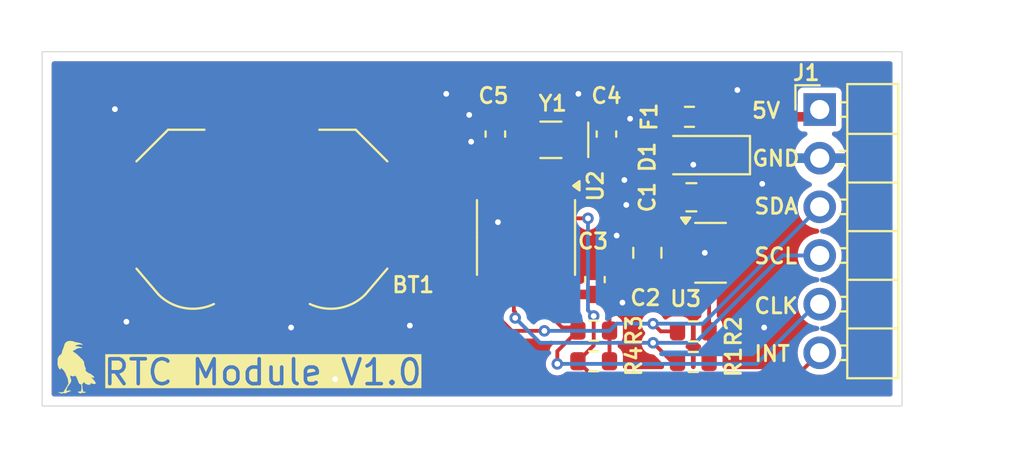
<source format=kicad_pcb>
(kicad_pcb (version 20240108) (generator "pcbnew") (generator_version "8.0")
  (layers (0 "F.Cu" signal) (31 "B.Cu" signal) (34 "B.Paste" user) (35 "F.Paste" user) (36 "B.SilkS" user "B.Silkscreen") (37 "F.SilkS" user "F.Silkscreen") (38 "B.Mask" user) (39 "F.Mask" user) (44 "Edge.Cuts" user))
  (net 0 "")
  (net 1 "GND")
  (net 2 "3.3V")
  (net 3 "Net-(D1-K)")
  (net 4 "5V")
  (net 5 "/SDA")
  (net 6 "/SCL")
  (net 7 "/OSCO")
  (net 8 "/OSCI")
  (net 9 "/CLK")
  (net 10 "/INT")
  (footprint "Resistor_SMD:R_0603_1608Metric" (layer "F.Cu") (at 151 62.6 180)
    (property "Reference" "F1" (at 2.1 0 90) (layer "F.SilkS") (effects (font (size 0.8 0.8))))
    (property "Value" "F0603FA0500V063TM")
    (pad "1" smd roundrect (at -0.825 0 180) (size 0.8 0.95) (layers "F.Cu" "F.Paste" "F.Mask") (net 4 "5V"))
    (pad "2" smd roundrect (at 0.825 0 180) (size 0.8 0.95) (layers "F.Cu" "F.Paste" "F.Mask") (net 3 "Net-(D1-K)"))
  )
  (footprint "Resistor_SMD:R_0603_1608Metric" (layer "F.Cu") (at 151.2 73.8 180)
    (property "Reference" "R2" (at -2.1 0 -90) (layer "F.SilkS") (effects (font (size 0.8 0.8))))
    (property "Value" "4k7")
    (pad "1" smd roundrect (at -0.825 0 180) (size 0.8 0.95) (layers "F.Cu" "F.Paste" "F.Mask") (net 2 "3.3V"))
    (pad "2" smd roundrect (at 0.825 0 180) (size 0.8 0.95) (layers "F.Cu" "F.Paste" "F.Mask") (net 5 "/SDA"))
  )
  (footprint "Connector_PinHeader_2.54mm:PinHeader_1x06_P2.54mm_Horizontal" (layer "F.Cu") (at 157.8 62.22)
    (property "Reference" "J1" (at -0.7 -1.92 0) (layer "F.SilkS") (effects (font (size 0.8 0.8))))
    (property "Value" "DZ254W-11-06-65")
    (pad "1" thru_hole rect (at 0 0) (size 1.7 1.7) (drill 1) (layers "*.Cu" "*.Mask") (net 4 "5V"))
    (pad "2" thru_hole oval (at 0 2.54) (size 1.7 1.7) (drill 1) (layers "*.Cu" "*.Mask") (net 1 "GND"))
    (pad "3" thru_hole oval (at 0 5.08) (size 1.7 1.7) (drill 1) (layers "*.Cu" "*.Mask") (net 5 "/SDA"))
    (pad "4" thru_hole oval (at 0 7.62) (size 1.7 1.7) (drill 1) (layers "*.Cu" "*.Mask") (net 6 "/SCL"))
    (pad "5" thru_hole oval (at 0 10.16) (size 1.7 1.7) (drill 1) (layers "*.Cu" "*.Mask") (net 9 "/CLK"))
    (pad "6" thru_hole oval (at 0 12.7) (size 1.7 1.7) (drill 1) (layers "*.Cu" "*.Mask") (net 10 "/INT"))
  )
  (footprint "Resistor_SMD:R_0603_1608Metric" (layer "F.Cu") (at 146 73.7625 180)
    (property "Reference" "R3" (at -2.1 0 -90) (layer "F.SilkS") (effects (font (size 0.8 0.8))))
    (property "Value" "4k7")
    (pad "1" smd roundrect (at -0.825 0 180) (size 0.8 0.95) (layers "F.Cu" "F.Paste" "F.Mask") (net 2 "3.3V"))
    (pad "2" smd roundrect (at 0.825 0 180) (size 0.8 0.95) (layers "F.Cu" "F.Paste" "F.Mask") (net 9 "/CLK"))
  )
  (footprint "LOGO" (layer "F.Cu") (at 119 75.7)
    (property "Reference" "G***" (hide yes))
    (property "Value" "LOGO" (hide yes))
  )
  (footprint "Capacitor_SMD:C_0603_1608Metric" (layer "F.Cu") (at 146.665 63.5 90)
    (property "Reference" "C4" (at 2 0 0) (layer "F.SilkS") (effects (font (size 0.8 0.8))))
    (property "Value" "12p5/10V")
    (pad "1" smd roundrect (at -0.775 0 90) (size 0.9 0.95) (layers "F.Cu" "F.Paste" "F.Mask") (net 8 "/OSCI"))
    (pad "2" smd roundrect (at 0.775 0 90) (size 0.9 0.95) (layers "F.Cu" "F.Paste" "F.Mask") (net 1 "GND"))
  )
  (footprint "Battery:BatteryHolder_LINX_BAT-HLD-012-SMT" (layer "F.Cu") (at 128.675 67.675)
    (property "Reference" "BT1" (at 7.900001 3.7 0) (layer "F.SilkS") (effects (font (size 0.8 0.8))))
    (property "Value" "MY-1220-03")
    (pad "1" smd rect (at -8.325 0) (size 3.949999 5.1) (layers "F.Cu" "F.Paste" "F.Mask") (net 2 "3.3V"))
    (pad "1" smd rect (at 8.325 0.025) (size 3.949999 5.05) (layers "F.Cu" "F.Paste" "F.Mask") (net 2 "3.3V"))
    (pad "2" smd circle (at 0 0) (size 10.2 10.2) (layers "F.Cu" "F.Mask") (net 1 "GND"))
  )
  (footprint "Crystal:Crystal_SMD_MicroCrystal_CC7V-T1A-2Pin_3.2x1.5mm" (layer "F.Cu") (at 143.765 63.8 180)
    (property "Reference" "Y1" (at -0.1 1.9 180) (layer "F.SilkS") (effects (font (size 0.8 0.8))))
    (property "Value" "Q13FC13500004")
    (pad "1" smd rect (at -1.249999 0 180) (size 1 1.8) (layers "F.Cu" "F.Paste" "F.Mask") (net 8 "/OSCI"))
    (pad "2" smd rect (at 1.249999 0 180) (size 1 1.8) (layers "F.Cu" "F.Paste" "F.Mask") (net 7 "/OSCO"))
  )
  (footprint "Capacitor_SMD:C_0603_1608Metric" (layer "F.Cu") (at 146.065 71.1 90)
    (property "Reference" "C3" (at 2 -0.1 0) (layer "F.SilkS") (effects (font (size 0.8 0.8))))
    (property "Value" "100nF/10V")
    (pad "1" smd roundrect (at -0.775 0 90) (size 0.9 0.95) (layers "F.Cu" "F.Paste" "F.Mask") (net 2 "3.3V"))
    (pad "2" smd roundrect (at 0.775 0 90) (size 0.9 0.95) (layers "F.Cu" "F.Paste" "F.Mask") (net 1 "GND"))
  )
  (footprint "Capacitor_SMD:C_0603_1608Metric" (layer "F.Cu") (at 140.865 63.500001 90)
    (property "Reference" "C5" (at 2.000001 -0.1 0) (layer "F.SilkS") (effects (font (size 0.8 0.8))))
    (property "Value" "12p5/10V")
    (pad "1" smd roundrect (at -0.775 0 90) (size 0.9 0.95) (layers "F.Cu" "F.Paste" "F.Mask") (net 7 "/OSCO"))
    (pad "2" smd roundrect (at 0.775 0 90) (size 0.9 0.95) (layers "F.Cu" "F.Paste" "F.Mask") (net 1 "GND"))
  )
  (footprint "Capacitor_SMD:C_0805_2012Metric" (layer "F.Cu") (at 148.8 69.7 90)
    (property "Reference" "C2" (at -2.349999 -0.1 0) (layer "F.SilkS") (effects (font (size 0.8 0.8))))
    (property "Value" "1uF/10V")
    (pad "1" smd roundrect (at -0.949999 0 90) (size 1 1.45) (layers "F.Cu" "F.Paste" "F.Mask") (net 2 "3.3V"))
    (pad "2" smd roundrect (at 0.949999 0 90) (size 1 1.45) (layers "F.Cu" "F.Paste" "F.Mask") (net 1 "GND"))
  )
  (footprint "Diode_SMD:D_SOD-123" (layer "F.Cu") (at 151.8 64.6 180)
    (property "Reference" "D1" (at 3 -0.1 -90) (layer "F.SilkS") (effects (font (size 0.8 0.8))))
    (property "Value" "MM1Z4V7")
    (pad "1" smd roundrect (at -1.65 0 180) (size 0.9 1.2) (layers "F.Cu" "F.Paste" "F.Mask") (net 3 "Net-(D1-K)"))
    (pad "2" smd roundrect (at 1.65 0 180) (size 0.9 1.2) (layers "F.Cu" "F.Paste" "F.Mask") (net 1 "GND"))
  )
  (footprint "Resistor_SMD:R_0603_1608Metric" (layer "F.Cu") (at 146 75.3625 180)
    (property "Reference" "R4" (at -2.1 0 -90) (layer "F.SilkS") (effects (font (size 0.8 0.8))))
    (property "Value" "4k7")
    (pad "1" smd roundrect (at -0.825 0 180) (size 0.8 0.95) (layers "F.Cu" "F.Paste" "F.Mask") (net 2 "3.3V"))
    (pad "2" smd roundrect (at 0.825 0 180) (size 0.8 0.95) (layers "F.Cu" "F.Paste" "F.Mask") (net 10 "/INT"))
  )
  (footprint "Resistor_SMD:R_0603_1608Metric" (layer "F.Cu") (at 151.2 75.4 180)
    (property "Reference" "R1" (at -2.1 0 -90) (layer "F.SilkS") (effects (font (size 0.8 0.8))))
    (property "Value" "4k7")
    (pad "1" smd roundrect (at -0.825 0 180) (size 0.8 0.95) (layers "F.Cu" "F.Paste" "F.Mask") (net 2 "3.3V"))
    (pad "2" smd roundrect (at 0.825 0 180) (size 0.8 0.95) (layers "F.Cu" "F.Paste" "F.Mask") (net 6 "/SCL"))
  )
  (footprint "Capacitor_SMD:C_0805_2012Metric" (layer "F.Cu") (at 151.1 66.8 180)
    (property "Reference" "C1" (at 2.300001 0 -90) (layer "F.SilkS") (effects (font (size 0.8 0.8))))
    (property "Value" "1uF/10V")
    (pad "1" smd roundrect (at -0.949999 0 180) (size 1 1.45) (layers "F.Cu" "F.Paste" "F.Mask") (net 3 "Net-(D1-K)"))
    (pad "2" smd roundrect (at 0.949999 0 180) (size 1 1.45) (layers "F.Cu" "F.Paste" "F.Mask") (net 1 "GND"))
  )
  (footprint "Package_TO_SOT_SMD:SOT-23-3" (layer "F.Cu") (at 152.1 69.7)
    (property "Reference" "U3" (at -1.3 2.4 180) (layer "F.SilkS") (effects (font (size 0.8 0.8))))
    (property "Value" "XC6206P332MR-G")
    (pad "1" smd roundrect (at -1.1375 -0.949999) (size 1.325 0.6) (layers "F.Cu" "F.Paste" "F.Mask") (net 1 "GND"))
    (pad "2" smd roundrect (at -1.1375 0.949999) (size 1.325 0.6) (layers "F.Cu" "F.Paste" "F.Mask") (net 2 "3.3V"))
    (pad "3" smd roundrect (at 1.1375 0) (size 1.325 0.6) (layers "F.Cu" "F.Paste" "F.Mask") (net 3 "Net-(D1-K)"))
  )
  (footprint "Package_SO:SOIC-8_3.9x4.9mm_P1.27mm" (layer "F.Cu") (at 142.465 68.9 -90)
    (property "Reference" "U2" (at -2.690001 -3.625 90) (layer "F.SilkS") (effects (font (size 0.8 0.8))))
    (property "Value" "PCF8563T")
    (pad "1" smd roundrect (at -2.475 -1.905 270) (size 1.95 0.6) (layers "F.Cu" "F.Paste" "F.Mask") (net 8 "/OSCI"))
    (pad "2" smd roundrect (at -2.475 -0.635 270) (size 1.95 0.6) (layers "F.Cu" "F.Paste" "F.Mask") (net 7 "/OSCO"))
    (pad "3" smd roundrect (at -2.475 0.635 270) (size 1.95 0.6) (layers "F.Cu" "F.Paste" "F.Mask") (net 10 "/INT"))
    (pad "4" smd roundrect (at -2.475 1.905 270) (size 1.95 0.6) (layers "F.Cu" "F.Paste" "F.Mask") (net 1 "GND"))
    (pad "5" smd roundrect (at 2.475 1.905 270) (size 1.95 0.6) (layers "F.Cu" "F.Paste" "F.Mask") (net 5 "/SDA"))
    (pad "6" smd roundrect (at 2.475 0.635 270) (size 1.95 0.6) (layers "F.Cu" "F.Paste" "F.Mask") (net 6 "/SCL"))
    (pad "7" smd roundrect (at 2.475 -0.635 270) (size 1.95 0.6) (layers "F.Cu" "F.Paste" "F.Mask") (net 9 "/CLK"))
    (pad "8" smd roundrect (at 2.475 -1.905 270) (size 1.95 0.6) (layers "F.Cu" "F.Paste" "F.Mask") (net 2 "3.3V"))
  )
  (gr_line (start 162.1 59.2) (end 162.1 77.7) (stroke (width 0.05)) (layer "Edge.Cuts"))
  (gr_line (start 162.1 77.7) (end 117.2 77.7) (stroke (width 0.05)) (layer "Edge.Cuts"))
  (gr_line (start 117.2 77.7) (end 117.2 59.2) (stroke (width 0.05)) (layer "Edge.Cuts"))
  (gr_line (start 117.2 59.2) (end 162.1 59.2) (stroke (width 0.05)) (layer "Edge.Cuts"))
  (gr_text "GND" (at 154.2 65.24 0) (layer "F.SilkS") (effects (font (size 0.8 0.8) (thickness 0.15) (bold yes)) (justify left bottom)))
  (gr_text "SCL" (at 154.3 70.34 0) (layer "F.SilkS") (effects (font (size 0.8 0.8) (thickness 0.15) (bold yes)) (justify left bottom)))
  (gr_text "INT" (at 154.3 75.44 0) (layer "F.SilkS") (effects (font (size 0.8 0.8) (thickness 0.15) (bold yes)) (justify left bottom)))
  (gr_text "SDA" (at 154.3 67.74 0) (layer "F.SilkS") (effects (font (size 0.8 0.8) (thickness 0.15) (bold yes)) (justify left bottom)))
  (gr_text "CLK" (at 154.3 72.94 0) (layer "F.SilkS") (effects (font (size 0.8 0.8) (thickness 0.15) (bold yes)) (justify left bottom)))
  (gr_text "RTC Module V1.0" (at 120.3 76.7 0) (layer "F.SilkS" knockout) (effects (font (size 1.3 1.3) (thickness 0.1875)) (justify left bottom)))
  (gr_text "5V" (at 154.175 62.74 0) (layer "F.SilkS") (effects (font (size 0.8 0.8) (thickness 0.15) (bold yes)) (justify left bottom)))
  (via (at 154.8 66.1) (size 0.6) (drill 0.3) (layers "F.Cu" "B.Cu") (net 1))
  (via (at 121 62.2) (size 0.6) (drill 0.3) (layers "F.Cu" "B.Cu") (net 1))
  (via (at 138.3 61.4) (size 0.6) (drill 0.3) (layers "F.Cu" "B.Cu") (net 1))
  (via (at 154.9 73.6) (size 0.6) (drill 0.3) (layers "F.Cu" "B.Cu") (net 1))
  (via (at 147.6 65.9) (size 0.6) (drill 0.3) (layers "F.Cu" "B.Cu") (net 1))
  (via (at 145.2 61.4) (size 0.6) (drill 0.3) (layers "F.Cu" "B.Cu") (net 1))
  (via (at 139.6 63.9) (size 0.6) (drill 0.3) (layers "F.Cu" "B.Cu") (net 1))
  (via (at 130.2 73.6) (size 0.6) (drill 0.3) (layers "F.Cu" "B.Cu") (net 1))
  (via (at 141 68.1) (size 0.6) (drill 0.3) (layers "F.Cu" "B.Cu") (net 1))
  (via (at 132.5 76.3) (size 0.6) (drill 0.3) (layers "F.Cu" "B.Cu") (net 1))
  (via (at 147.7 67.2) (size 0.6) (drill 0.3) (layers "F.Cu" "B.Cu") (net 1))
  (via (at 147.9 62.7) (size 0.6) (drill 0.3) (layers "F.Cu" "B.Cu") (net 1))
  (via (at 136.4 73.5) (size 0.6) (drill 0.3) (layers "F.Cu" "B.Cu") (net 1))
  (via (at 151.8 69.7) (size 0.6) (drill 0.3) (layers "F.Cu" "B.Cu") (net 1))
  (via (at 147.2 68.8) (size 0.6) (drill 0.3) (layers "F.Cu" "B.Cu") (net 1))
  (via (at 153.5 61.2) (size 0.6) (drill 0.3) (layers "F.Cu" "B.Cu") (net 1))
  (via (at 121.6 73.3) (size 0.6) (drill 0.3) (layers "F.Cu" "B.Cu") (net 1))
  (via (at 139.5 62.5) (size 0.6) (drill 0.3) (layers "F.Cu" "B.Cu") (net 1))
  (via (at 151.2 65.1) (size 0.6) (drill 0.3) (layers "F.Cu" "B.Cu") (net 1))
  (via (at 147.5 72.3) (size 0.6) (drill 0.3) (layers "F.Cu" "B.Cu") (net 1))
  (segment (start 144.37 70.400001) (end 143.269999 69.3) (width 0.5) (layer "F.Cu") (net 2))
  (segment (start 150.9625 70.649999) (end 152.025 71.712499) (width 0.2) (layer "F.Cu") (net 2))
  (segment (start 146.825 72.635) (end 146.825 73.7625) (width 0.2) (layer "F.Cu") (net 2))
  (segment (start 138.6 69.3) (end 137 67.7) (width 0.5) (layer "F.Cu") (net 2))
  (segment (start 132.8 61.4) (end 124 61.4) (width 0.5) (layer "F.Cu") (net 2))
  (segment (start 148.8 70.649999) (end 150.9625 70.649999) (width 0.5) (layer "F.Cu") (net 2))
  (segment (start 152.025 71.712499) (end 152.025 73.8) (width 0.2) (layer "F.Cu") (net 2))
  (segment (start 143.269999 69.3) (end 138.6 69.3) (width 0.5) (layer "F.Cu") (net 2))
  (segment (start 152.025 73.8) (end 152.025 75.4) (width 0.2) (layer "F.Cu") (net 2))
  (segment (start 147.950001 70.649999) (end 148.8 70.649999) (width 0.5) (layer "F.Cu") (net 2))
  (segment (start 146.065 71.875) (end 146.825 72.635) (width 0.2) (layer "F.Cu") (net 2))
  (segment (start 120.35 65.05) (end 120.35 67.675) (width 0.5) (layer "F.Cu") (net 2))
  (segment (start 137 65.6) (end 132.8 61.4) (width 0.5) (layer "F.Cu") (net 2))
  (segment (start 144.87 71.875) (end 144.37 71.375) (width 0.5) (layer "F.Cu") (net 2))
  (segment (start 124 61.4) (end 120.35 65.05) (width 0.5) (layer "F.Cu") (net 2))
  (segment (start 137 67.7) (end 137 65.6) (width 0.5) (layer "F.Cu") (net 2))
  (segment (start 146.065 71.875) (end 144.87 71.875) (width 0.5) (layer "F.Cu") (net 2))
  (segment (start 146.725 71.875) (end 147.950001 70.649999) (width 0.5) (layer "F.Cu") (net 2))
  (segment (start 146.065 71.875) (end 146.725 71.875) (width 0.5) (layer "F.Cu") (net 2))
  (segment (start 144.37 71.375) (end 144.37 70.400001) (width 0.5) (layer "F.Cu") (net 2))
  (segment (start 146.825 73.7625) (end 146.825 75.3625) (width 0.2) (layer "F.Cu") (net 2))
  (segment (start 152.175 64.6) (end 153.45 64.6) (width 0.5) (layer "F.Cu") (net 3))
  (segment (start 153.2375 69.7) (end 153.2375 67.987501) (width 0.5) (layer "F.Cu") (net 3))
  (segment (start 152.049999 66.000001) (end 153.45 64.6) (width 0.5) (layer "F.Cu") (net 3))
  (segment (start 152.049999 66.8) (end 152.049999 66.000001) (width 0.5) (layer "F.Cu") (net 3))
  (segment (start 150.175 62.6) (end 152.175 64.6) (width 0.5) (layer "F.Cu") (net 3))
  (segment (start 153.2375 67.987501) (end 152.049999 66.8) (width 0.5) (layer "F.Cu") (net 3))
  (segment (start 151.825 62.6) (end 157.42 62.6) (width 0.5) (layer "F.Cu") (net 4))
  (segment (start 157.42 62.6) (end 157.8 62.22) (width 0.5) (layer "F.Cu") (net 4))
  (segment (start 141.727206 73.775735) (end 143.424265 73.775735) (width 0.2) (layer "F.Cu") (net 5))
  (segment (start 140.56 71.375) (end 140.56 72.608529) (width 0.2) (layer "F.Cu") (net 5))
  (segment (start 140.56 72.608529) (end 141.727206 73.775735) (width 0.2) (layer "F.Cu") (net 5))
  (segment (start 149.1 73.4) (end 149.5 73.8) (width 0.2) (layer "F.Cu") (net 5))
  (segment (start 149.5 73.8) (end 150.375 73.8) (width 0.2) (layer "F.Cu") (net 5))
  (via (at 143.424265 73.775735) (size 0.6) (drill 0.3) (layers "F.Cu" "B.Cu") (net 5))
  (via (at 149.1 73.4) (size 0.6) (drill 0.3) (layers "F.Cu" "B.Cu") (net 5))
  (segment (start 146.824265 73.775735) (end 143.424265 73.775735) (width 0.2) (layer "B.Cu") (net 5))
  (segment (start 149.1 73.4) (end 151.7 73.4) (width 0.2) (layer "B.Cu") (net 5))
  (segment (start 151.7 73.4) (end 157.8 67.3) (width 0.2) (layer "B.Cu") (net 5))
  (segment (start 149.1 73.4) (end 147.2 73.4) (width 0.2) (layer "B.Cu") (net 5))
  (segment (start 147.2 73.4) (end 146.824265 73.775735) (width 0.2) (layer "B.Cu") (net 5))
  (segment (start 149.099997 74.4) (end 150.099997 75.4) (width 0.2) (layer "F.Cu") (net 6))
  (segment (start 141.83 72.73) (end 141.83 71.375) (width 0.2) (layer "F.Cu") (net 6))
  (segment (start 141.9 72.8) (end 141.83 72.73) (width 0.2) (layer "F.Cu") (net 6))
  (segment (start 150.099997 75.4) (end 150.375 75.4) (width 0.2) (layer "F.Cu") (net 6))
  (segment (start 141.9 73.1) (end 141.9 72.8) (width 0.2) (layer "F.Cu") (net 6))
  (via (at 141.9 73.1) (size 0.6) (drill 0.3) (layers "F.Cu" "B.Cu") (net 6))
  (via (at 149.099997 74.4) (size 0.6) (drill 0.3) (layers "F.Cu" "B.Cu") (net 6))
  (segment (start 149.099997 74.4) (end 143.2 74.4) (width 0.2) (layer "B.Cu") (net 6))
  (segment (start 155.86 69.84) (end 157.8 69.84) (width 0.2) (layer "B.Cu") (net 6))
  (segment (start 151.3 74.4) (end 155.86 69.84) (width 0.2) (layer "B.Cu") (net 6))
  (segment (start 149.099997 74.4) (end 151.3 74.4) (width 0.2) (layer "B.Cu") (net 6))
  (segment (start 143.2 74.4) (end 141.9 73.1) (width 0.2) (layer "B.Cu") (net 6))
  (segment (start 142.8 64.084999) (end 142.515001 63.800001) (width 0.2) (layer "F.Cu") (net 7))
  (segment (start 143.1 66.425) (end 143.1 65.435) (width 0.2) (layer "F.Cu") (net 7))
  (segment (start 141.34 63.8) (end 140.865 64.274999) (width 0.2) (layer "F.Cu") (net 7))
  (segment (start 142.515001 63.800001) (end 141.34 63.8) (width 0.2) (layer "F.Cu") (net 7))
  (segment (start 142.515001 64.850001) (end 142.515001 63.8) (width 0.2) (layer "F.Cu") (net 7))
  (segment (start 143.1 65.435) (end 142.515001 64.850001) (width 0.2) (layer "F.Cu") (net 7))
  (segment (start 144.765 64.049999) (end 145.014999 63.8) (width 0.2) (layer "F.Cu") (net 8))
  (segment (start 144.37 65.295) (end 145.014999 64.650001) (width 0.2) (layer "F.Cu") (net 8))
  (segment (start 145.014999 64.650001) (end 145.014999 63.8) (width 0.2) (layer "F.Cu") (net 8))
  (segment (start 144.37 66.425) (end 144.37 65.295) (width 0.2) (layer "F.Cu") (net 8))
  (segment (start 145.014999 63.8) (end 146.19 63.8) (width 0.2) (layer "F.Cu") (net 8))
  (segment (start 146.19 63.8) (end 146.665 64.275) (width 0.2) (layer "F.Cu") (net 8))
  (segment (start 143.1 72.349999) (end 144.350001 73.6) (width 0.2) (layer "F.Cu") (net 9))
  (segment (start 144.1 75.5) (end 144.1 74.8375) (width 0.2) (layer "F.Cu") (net 9))
  (segment (start 144.350001 73.6) (end 145.175 73.6) (width 0.2) (layer "F.Cu") (net 9))
  (segment (start 144.1 74.8375) (end 145.175 73.7625) (width 0.2) (layer "F.Cu") (net 9))
  (segment (start 143.1 71.375) (end 143.1 72.349999) (width 0.2) (layer "F.Cu") (net 9))
  (via (at 144.1 75.5) (size 0.6) (drill 0.3) (layers "F.Cu" "B.Cu") (net 9))
  (segment (start 144.1 75.5) (end 154.5 75.5) (width 0.2) (layer "B.Cu") (net 9))
  (segment (start 154.5 75.5) (end 157.62 72.38) (width 0.2) (layer "B.Cu") (net 9))
  (segment (start 157.62 72.38) (end 157.8 72.38) (width 0.2) (layer "B.Cu") (net 9))
  (segment (start 146 73) (end 146 74.5375) (width 0.2) (layer "F.Cu") (net 10))
  (segment (start 142.330001 67.9) (end 145.7 67.9) (width 0.2) (layer "F.Cu") (net 10))
  (segment (start 141.83 67.399999) (end 142.330001 67.9) (width 0.2) (layer "F.Cu") (net 10))
  (segment (start 146 74.5375) (end 145.175 75.3625) (width 0.2) (layer "F.Cu") (net 10))
  (segment (start 146 73.0625) (end 146 73) (width 0.2) (layer "F.Cu") (net 10))
  (segment (start 141.83 66.425) (end 141.83 67.399999) (width 0.2) (layer "F.Cu") (net 10))
  (segment (start 156.545 76.175) (end 157.8 74.92) (width 0.2) (layer "F.Cu") (net 10))
  (segment (start 145.9875 76.175) (end 156.545 76.175) (width 0.2) (layer "F.Cu") (net 10))
  (segment (start 145.175 75.3625) (end 145.9875 76.175) (width 0.2) (layer "F.Cu") (net 10))
  (via (at 146 73) (size 0.6) (drill 0.3) (layers "F.Cu" "B.Cu") (net 10))
  (via (at 145.7 67.9) (size 0.6) (drill 0.3) (layers "F.Cu" "B.Cu") (net 10))
  (segment (start 146 72.9) (end 146 73) (width 0.2) (layer "B.Cu") (net 10))
  (segment (start 146 73) (end 145.7 72.7) (width 0.2) (layer "B.Cu") (net 10))
  (segment (start 145.7 72.7) (end 145.7 67.9) (width 0.2) (layer "B.Cu") (net 10))
  (zone (net 1) (net_name "GND") (layers "F&B.Cu") (connect_pads yes (clearance 0.3)) (min_thickness 0.25) (fill yes (thermal_gap 0.5) (thermal_bridge_width 0.5))
    (polygon (pts (xy 115 56.5) (xy 163.5 56.5) (xy 163.5 80) (xy 115 80)))
  )
)
</source>
